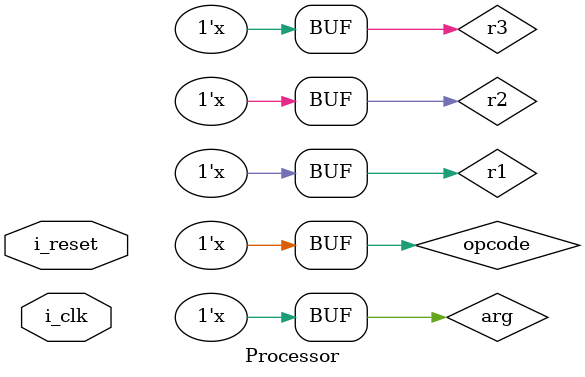
<source format=sv>
module Processor(
    input i_clk,
    input i_reset
);

// Registers
reg [31:0] registers [7:0];

// RAM
logic [31:0] ram_i_data;
logic [31:0] ram_o_data;
logic [15:0] ram_addr;
logic ram_set;

RAM ram(.i_clk(i_clk), .i_data(ram_i_data), .o_data(ram_o_data), .i_set(ram_set));

enum logic [3:0] {
    instr_read,
    instr_decode,
    instr_execute
} state;

reg [15:0] instr_addr;
assign instruction = ram_o_data;
assign opcode = instruction[31:27]; // 5 bit operation code
assign r1 = instruction[26:24]; // 3 bit register number
assign r2 = instruction[23:21]; // 3 bit register number
assign r3 = instruction[20:18]; // 3 bit register number
assign arg = instruction[20:5]; // argument in immediate type instruction

always @(posedge i_reset) begin
    state <= instr_read;
    instr_addr <= 16'b0; // start executing from beginning
end

always @(posedge i_clk) begin
    case (state)
        instr_read: begin
            ram_addr <= instr_addr;
            state <= instr_decode;
        end
        instr_decode: begin
            
        end
        instr_execute: begin
        
        end
    endcase
end


endmodule

</source>
